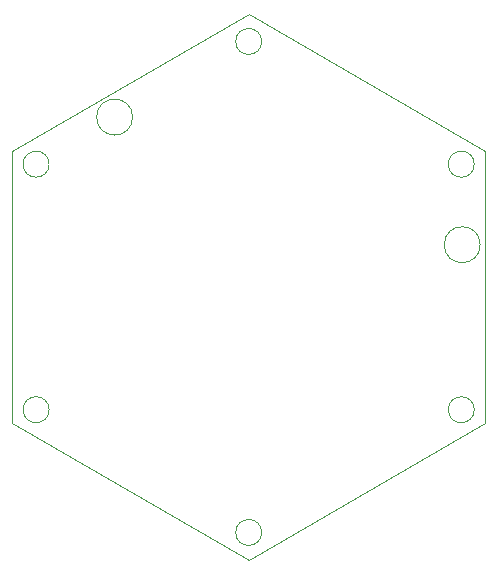
<source format=gbr>
%TF.GenerationSoftware,KiCad,Pcbnew,7.0.5*%
%TF.CreationDate,2024-01-18T17:38:35-05:00*%
%TF.ProjectId,CONN,434f4e4e-2e6b-4696-9361-645f70636258,rev?*%
%TF.SameCoordinates,Original*%
%TF.FileFunction,Profile,NP*%
%FSLAX46Y46*%
G04 Gerber Fmt 4.6, Leading zero omitted, Abs format (unit mm)*
G04 Created by KiCad (PCBNEW 7.0.5) date 2024-01-18 17:38:35*
%MOMM*%
%LPD*%
G01*
G04 APERTURE LIST*
%TA.AperFunction,Profile*%
%ADD10C,0.100000*%
%TD*%
G04 APERTURE END LIST*
D10*
X130160000Y-88557605D02*
X130160000Y-111651615D01*
X169260000Y-110496915D02*
G75*
G03*
X169260000Y-110496915I-1100000J0D01*
G01*
X140330691Y-85719311D02*
G75*
G03*
X140330691Y-85719311I-1520691J0D01*
G01*
X130160000Y-111651615D02*
X150160000Y-123198621D01*
X169260000Y-89712305D02*
G75*
G03*
X169260000Y-89712305I-1100000J0D01*
G01*
X133260000Y-89712305D02*
G75*
G03*
X133260000Y-89712305I-1100000J0D01*
G01*
X150160000Y-77010599D02*
X130160000Y-88557605D01*
X170160000Y-88557605D02*
X150160000Y-77010599D01*
X169760001Y-96523621D02*
G75*
G03*
X169760001Y-96523621I-1520691J0D01*
G01*
X151260000Y-79320000D02*
G75*
G03*
X151260000Y-79320000I-1100000J0D01*
G01*
X151260000Y-120889220D02*
G75*
G03*
X151260000Y-120889220I-1100000J0D01*
G01*
X170160000Y-111651615D02*
X170160000Y-88557605D01*
X150160000Y-123198621D02*
X170160000Y-111651615D01*
X133260000Y-110496915D02*
G75*
G03*
X133260000Y-110496915I-1100000J0D01*
G01*
M02*

</source>
